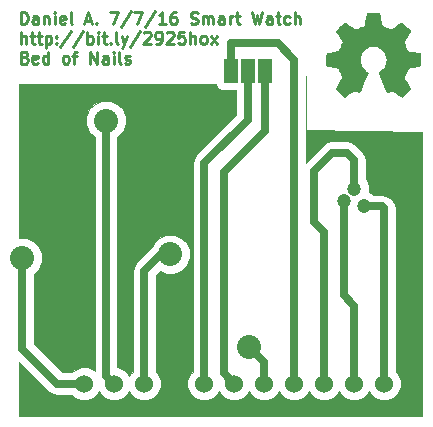
<source format=gtl>
G04 (created by PCBNEW (2013-07-07 BZR 4022)-stable) date 7/7/2016 3:31:21 PM*
%MOIN*%
G04 Gerber Fmt 3.4, Leading zero omitted, Abs format*
%FSLAX34Y34*%
G01*
G70*
G90*
G04 APERTURE LIST*
%ADD10C,0.00590551*%
%ADD11C,0.01*%
%ADD12C,0.0001*%
%ADD13R,0.0472441X0.08*%
%ADD14C,0.06*%
%ADD15C,0.08*%
%ADD16C,0.0472441*%
%ADD17C,0.025*%
%ADD18C,0.001*%
G04 APERTURE END LIST*
G54D10*
G54D11*
X80545Y-50961D02*
X80545Y-50561D01*
X80640Y-50561D01*
X80697Y-50580D01*
X80735Y-50619D01*
X80754Y-50657D01*
X80773Y-50733D01*
X80773Y-50790D01*
X80754Y-50866D01*
X80735Y-50904D01*
X80697Y-50942D01*
X80640Y-50961D01*
X80545Y-50961D01*
X81116Y-50961D02*
X81116Y-50752D01*
X81097Y-50714D01*
X81059Y-50695D01*
X80983Y-50695D01*
X80945Y-50714D01*
X81116Y-50942D02*
X81078Y-50961D01*
X80983Y-50961D01*
X80945Y-50942D01*
X80926Y-50904D01*
X80926Y-50866D01*
X80945Y-50828D01*
X80983Y-50809D01*
X81078Y-50809D01*
X81116Y-50790D01*
X81307Y-50695D02*
X81307Y-50961D01*
X81307Y-50733D02*
X81326Y-50714D01*
X81364Y-50695D01*
X81421Y-50695D01*
X81459Y-50714D01*
X81478Y-50752D01*
X81478Y-50961D01*
X81669Y-50961D02*
X81669Y-50695D01*
X81669Y-50561D02*
X81650Y-50580D01*
X81669Y-50600D01*
X81688Y-50580D01*
X81669Y-50561D01*
X81669Y-50600D01*
X82011Y-50942D02*
X81973Y-50961D01*
X81897Y-50961D01*
X81859Y-50942D01*
X81840Y-50904D01*
X81840Y-50752D01*
X81859Y-50714D01*
X81897Y-50695D01*
X81973Y-50695D01*
X82011Y-50714D01*
X82030Y-50752D01*
X82030Y-50790D01*
X81840Y-50828D01*
X82259Y-50961D02*
X82221Y-50942D01*
X82202Y-50904D01*
X82202Y-50561D01*
X82697Y-50847D02*
X82888Y-50847D01*
X82659Y-50961D02*
X82792Y-50561D01*
X82926Y-50961D01*
X83059Y-50923D02*
X83078Y-50942D01*
X83059Y-50961D01*
X83040Y-50942D01*
X83059Y-50923D01*
X83059Y-50961D01*
X83516Y-50561D02*
X83783Y-50561D01*
X83611Y-50961D01*
X84221Y-50542D02*
X83878Y-51057D01*
X84316Y-50561D02*
X84583Y-50561D01*
X84411Y-50961D01*
X85021Y-50542D02*
X84678Y-51057D01*
X85364Y-50961D02*
X85135Y-50961D01*
X85250Y-50961D02*
X85250Y-50561D01*
X85211Y-50619D01*
X85173Y-50657D01*
X85135Y-50676D01*
X85707Y-50561D02*
X85630Y-50561D01*
X85592Y-50580D01*
X85573Y-50600D01*
X85535Y-50657D01*
X85516Y-50733D01*
X85516Y-50885D01*
X85535Y-50923D01*
X85554Y-50942D01*
X85592Y-50961D01*
X85669Y-50961D01*
X85707Y-50942D01*
X85726Y-50923D01*
X85745Y-50885D01*
X85745Y-50790D01*
X85726Y-50752D01*
X85707Y-50733D01*
X85669Y-50714D01*
X85592Y-50714D01*
X85554Y-50733D01*
X85535Y-50752D01*
X85516Y-50790D01*
X86202Y-50942D02*
X86259Y-50961D01*
X86354Y-50961D01*
X86392Y-50942D01*
X86411Y-50923D01*
X86430Y-50885D01*
X86430Y-50847D01*
X86411Y-50809D01*
X86392Y-50790D01*
X86354Y-50771D01*
X86278Y-50752D01*
X86240Y-50733D01*
X86221Y-50714D01*
X86202Y-50676D01*
X86202Y-50638D01*
X86221Y-50600D01*
X86240Y-50580D01*
X86278Y-50561D01*
X86373Y-50561D01*
X86430Y-50580D01*
X86602Y-50961D02*
X86602Y-50695D01*
X86602Y-50733D02*
X86621Y-50714D01*
X86659Y-50695D01*
X86716Y-50695D01*
X86754Y-50714D01*
X86773Y-50752D01*
X86773Y-50961D01*
X86773Y-50752D02*
X86792Y-50714D01*
X86830Y-50695D01*
X86888Y-50695D01*
X86926Y-50714D01*
X86945Y-50752D01*
X86945Y-50961D01*
X87307Y-50961D02*
X87307Y-50752D01*
X87288Y-50714D01*
X87249Y-50695D01*
X87173Y-50695D01*
X87135Y-50714D01*
X87307Y-50942D02*
X87269Y-50961D01*
X87173Y-50961D01*
X87135Y-50942D01*
X87116Y-50904D01*
X87116Y-50866D01*
X87135Y-50828D01*
X87173Y-50809D01*
X87269Y-50809D01*
X87307Y-50790D01*
X87497Y-50961D02*
X87497Y-50695D01*
X87497Y-50771D02*
X87516Y-50733D01*
X87535Y-50714D01*
X87573Y-50695D01*
X87611Y-50695D01*
X87688Y-50695D02*
X87840Y-50695D01*
X87745Y-50561D02*
X87745Y-50904D01*
X87764Y-50942D01*
X87802Y-50961D01*
X87840Y-50961D01*
X88240Y-50561D02*
X88335Y-50961D01*
X88411Y-50676D01*
X88488Y-50961D01*
X88583Y-50561D01*
X88907Y-50961D02*
X88907Y-50752D01*
X88888Y-50714D01*
X88849Y-50695D01*
X88773Y-50695D01*
X88735Y-50714D01*
X88907Y-50942D02*
X88869Y-50961D01*
X88773Y-50961D01*
X88735Y-50942D01*
X88716Y-50904D01*
X88716Y-50866D01*
X88735Y-50828D01*
X88773Y-50809D01*
X88869Y-50809D01*
X88907Y-50790D01*
X89040Y-50695D02*
X89192Y-50695D01*
X89097Y-50561D02*
X89097Y-50904D01*
X89116Y-50942D01*
X89154Y-50961D01*
X89192Y-50961D01*
X89497Y-50942D02*
X89459Y-50961D01*
X89383Y-50961D01*
X89345Y-50942D01*
X89326Y-50923D01*
X89307Y-50885D01*
X89307Y-50771D01*
X89326Y-50733D01*
X89345Y-50714D01*
X89383Y-50695D01*
X89459Y-50695D01*
X89497Y-50714D01*
X89669Y-50961D02*
X89669Y-50561D01*
X89840Y-50961D02*
X89840Y-50752D01*
X89821Y-50714D01*
X89783Y-50695D01*
X89726Y-50695D01*
X89688Y-50714D01*
X89669Y-50733D01*
X80545Y-51621D02*
X80545Y-51221D01*
X80716Y-51621D02*
X80716Y-51412D01*
X80697Y-51374D01*
X80659Y-51355D01*
X80602Y-51355D01*
X80564Y-51374D01*
X80545Y-51393D01*
X80850Y-51355D02*
X81002Y-51355D01*
X80907Y-51221D02*
X80907Y-51564D01*
X80926Y-51602D01*
X80964Y-51621D01*
X81002Y-51621D01*
X81078Y-51355D02*
X81230Y-51355D01*
X81135Y-51221D02*
X81135Y-51564D01*
X81154Y-51602D01*
X81192Y-51621D01*
X81230Y-51621D01*
X81364Y-51355D02*
X81364Y-51755D01*
X81364Y-51374D02*
X81402Y-51355D01*
X81478Y-51355D01*
X81516Y-51374D01*
X81535Y-51393D01*
X81554Y-51431D01*
X81554Y-51545D01*
X81535Y-51583D01*
X81516Y-51602D01*
X81478Y-51621D01*
X81402Y-51621D01*
X81364Y-51602D01*
X81726Y-51583D02*
X81745Y-51602D01*
X81726Y-51621D01*
X81707Y-51602D01*
X81726Y-51583D01*
X81726Y-51621D01*
X81726Y-51374D02*
X81745Y-51393D01*
X81726Y-51412D01*
X81707Y-51393D01*
X81726Y-51374D01*
X81726Y-51412D01*
X82202Y-51202D02*
X81859Y-51717D01*
X82621Y-51202D02*
X82278Y-51717D01*
X82754Y-51621D02*
X82754Y-51221D01*
X82754Y-51374D02*
X82792Y-51355D01*
X82869Y-51355D01*
X82907Y-51374D01*
X82926Y-51393D01*
X82945Y-51431D01*
X82945Y-51545D01*
X82926Y-51583D01*
X82907Y-51602D01*
X82869Y-51621D01*
X82792Y-51621D01*
X82754Y-51602D01*
X83116Y-51621D02*
X83116Y-51355D01*
X83116Y-51221D02*
X83097Y-51240D01*
X83116Y-51260D01*
X83135Y-51240D01*
X83116Y-51221D01*
X83116Y-51260D01*
X83250Y-51355D02*
X83402Y-51355D01*
X83307Y-51221D02*
X83307Y-51564D01*
X83326Y-51602D01*
X83364Y-51621D01*
X83402Y-51621D01*
X83535Y-51583D02*
X83554Y-51602D01*
X83535Y-51621D01*
X83516Y-51602D01*
X83535Y-51583D01*
X83535Y-51621D01*
X83783Y-51621D02*
X83745Y-51602D01*
X83726Y-51564D01*
X83726Y-51221D01*
X83897Y-51355D02*
X83992Y-51621D01*
X84088Y-51355D02*
X83992Y-51621D01*
X83954Y-51717D01*
X83935Y-51736D01*
X83897Y-51755D01*
X84526Y-51202D02*
X84183Y-51717D01*
X84640Y-51260D02*
X84659Y-51240D01*
X84697Y-51221D01*
X84792Y-51221D01*
X84830Y-51240D01*
X84849Y-51260D01*
X84869Y-51298D01*
X84869Y-51336D01*
X84849Y-51393D01*
X84621Y-51621D01*
X84869Y-51621D01*
X85059Y-51621D02*
X85135Y-51621D01*
X85173Y-51602D01*
X85192Y-51583D01*
X85230Y-51526D01*
X85249Y-51450D01*
X85249Y-51298D01*
X85230Y-51260D01*
X85211Y-51240D01*
X85173Y-51221D01*
X85097Y-51221D01*
X85059Y-51240D01*
X85040Y-51260D01*
X85021Y-51298D01*
X85021Y-51393D01*
X85040Y-51431D01*
X85059Y-51450D01*
X85097Y-51469D01*
X85173Y-51469D01*
X85211Y-51450D01*
X85230Y-51431D01*
X85249Y-51393D01*
X85402Y-51260D02*
X85421Y-51240D01*
X85459Y-51221D01*
X85554Y-51221D01*
X85592Y-51240D01*
X85611Y-51260D01*
X85630Y-51298D01*
X85630Y-51336D01*
X85611Y-51393D01*
X85383Y-51621D01*
X85630Y-51621D01*
X85992Y-51221D02*
X85802Y-51221D01*
X85783Y-51412D01*
X85802Y-51393D01*
X85840Y-51374D01*
X85935Y-51374D01*
X85973Y-51393D01*
X85992Y-51412D01*
X86011Y-51450D01*
X86011Y-51545D01*
X85992Y-51583D01*
X85973Y-51602D01*
X85935Y-51621D01*
X85840Y-51621D01*
X85802Y-51602D01*
X85783Y-51583D01*
X86183Y-51621D02*
X86183Y-51221D01*
X86354Y-51621D02*
X86354Y-51412D01*
X86335Y-51374D01*
X86297Y-51355D01*
X86240Y-51355D01*
X86202Y-51374D01*
X86183Y-51393D01*
X86602Y-51621D02*
X86564Y-51602D01*
X86545Y-51583D01*
X86526Y-51545D01*
X86526Y-51431D01*
X86545Y-51393D01*
X86564Y-51374D01*
X86602Y-51355D01*
X86659Y-51355D01*
X86697Y-51374D01*
X86716Y-51393D01*
X86735Y-51431D01*
X86735Y-51545D01*
X86716Y-51583D01*
X86697Y-51602D01*
X86659Y-51621D01*
X86602Y-51621D01*
X86869Y-51621D02*
X87078Y-51355D01*
X86869Y-51355D02*
X87078Y-51621D01*
X80678Y-52072D02*
X80735Y-52091D01*
X80754Y-52110D01*
X80773Y-52148D01*
X80773Y-52205D01*
X80754Y-52243D01*
X80735Y-52262D01*
X80697Y-52281D01*
X80545Y-52281D01*
X80545Y-51881D01*
X80678Y-51881D01*
X80716Y-51900D01*
X80735Y-51920D01*
X80754Y-51958D01*
X80754Y-51996D01*
X80735Y-52034D01*
X80716Y-52053D01*
X80678Y-52072D01*
X80545Y-52072D01*
X81097Y-52262D02*
X81059Y-52281D01*
X80983Y-52281D01*
X80945Y-52262D01*
X80926Y-52224D01*
X80926Y-52072D01*
X80945Y-52034D01*
X80983Y-52015D01*
X81059Y-52015D01*
X81097Y-52034D01*
X81116Y-52072D01*
X81116Y-52110D01*
X80926Y-52148D01*
X81459Y-52281D02*
X81459Y-51881D01*
X81459Y-52262D02*
X81421Y-52281D01*
X81345Y-52281D01*
X81307Y-52262D01*
X81288Y-52243D01*
X81269Y-52205D01*
X81269Y-52091D01*
X81288Y-52053D01*
X81307Y-52034D01*
X81345Y-52015D01*
X81421Y-52015D01*
X81459Y-52034D01*
X82011Y-52281D02*
X81973Y-52262D01*
X81954Y-52243D01*
X81935Y-52205D01*
X81935Y-52091D01*
X81954Y-52053D01*
X81973Y-52034D01*
X82011Y-52015D01*
X82069Y-52015D01*
X82107Y-52034D01*
X82126Y-52053D01*
X82145Y-52091D01*
X82145Y-52205D01*
X82126Y-52243D01*
X82107Y-52262D01*
X82069Y-52281D01*
X82011Y-52281D01*
X82259Y-52015D02*
X82411Y-52015D01*
X82316Y-52281D02*
X82316Y-51939D01*
X82335Y-51900D01*
X82373Y-51881D01*
X82411Y-51881D01*
X82849Y-52281D02*
X82849Y-51881D01*
X83078Y-52281D01*
X83078Y-51881D01*
X83440Y-52281D02*
X83440Y-52072D01*
X83421Y-52034D01*
X83383Y-52015D01*
X83307Y-52015D01*
X83269Y-52034D01*
X83440Y-52262D02*
X83402Y-52281D01*
X83307Y-52281D01*
X83269Y-52262D01*
X83249Y-52224D01*
X83249Y-52186D01*
X83269Y-52148D01*
X83307Y-52129D01*
X83402Y-52129D01*
X83440Y-52110D01*
X83630Y-52281D02*
X83630Y-52015D01*
X83630Y-51881D02*
X83611Y-51900D01*
X83630Y-51920D01*
X83649Y-51900D01*
X83630Y-51881D01*
X83630Y-51920D01*
X83878Y-52281D02*
X83840Y-52262D01*
X83821Y-52224D01*
X83821Y-51881D01*
X84011Y-52262D02*
X84049Y-52281D01*
X84126Y-52281D01*
X84164Y-52262D01*
X84183Y-52224D01*
X84183Y-52205D01*
X84164Y-52167D01*
X84126Y-52148D01*
X84069Y-52148D01*
X84030Y-52129D01*
X84011Y-52091D01*
X84011Y-52072D01*
X84030Y-52034D01*
X84069Y-52015D01*
X84126Y-52015D01*
X84164Y-52034D01*
G54D12*
G36*
X93254Y-53414D02*
X93238Y-53406D01*
X93201Y-53383D01*
X93148Y-53348D01*
X93086Y-53307D01*
X93024Y-53264D01*
X92973Y-53230D01*
X92937Y-53207D01*
X92922Y-53199D01*
X92914Y-53201D01*
X92884Y-53216D01*
X92841Y-53238D01*
X92816Y-53251D01*
X92777Y-53268D01*
X92757Y-53272D01*
X92754Y-53266D01*
X92739Y-53236D01*
X92717Y-53184D01*
X92687Y-53116D01*
X92653Y-53036D01*
X92616Y-52950D01*
X92580Y-52862D01*
X92545Y-52778D01*
X92514Y-52703D01*
X92489Y-52642D01*
X92473Y-52599D01*
X92467Y-52581D01*
X92469Y-52577D01*
X92489Y-52558D01*
X92523Y-52532D01*
X92598Y-52471D01*
X92671Y-52379D01*
X92716Y-52275D01*
X92731Y-52159D01*
X92718Y-52052D01*
X92676Y-51949D01*
X92604Y-51856D01*
X92517Y-51787D01*
X92415Y-51743D01*
X92300Y-51729D01*
X92190Y-51741D01*
X92085Y-51783D01*
X91992Y-51854D01*
X91953Y-51899D01*
X91899Y-51993D01*
X91868Y-52094D01*
X91865Y-52119D01*
X91869Y-52230D01*
X91902Y-52336D01*
X91960Y-52431D01*
X92041Y-52508D01*
X92052Y-52516D01*
X92089Y-52544D01*
X92114Y-52563D01*
X92134Y-52579D01*
X91993Y-52918D01*
X91971Y-52972D01*
X91932Y-53065D01*
X91898Y-53145D01*
X91871Y-53208D01*
X91852Y-53251D01*
X91844Y-53268D01*
X91843Y-53269D01*
X91831Y-53271D01*
X91805Y-53261D01*
X91758Y-53238D01*
X91726Y-53222D01*
X91690Y-53205D01*
X91674Y-53199D01*
X91660Y-53206D01*
X91626Y-53229D01*
X91575Y-53262D01*
X91515Y-53303D01*
X91457Y-53343D01*
X91404Y-53378D01*
X91365Y-53402D01*
X91346Y-53413D01*
X91343Y-53413D01*
X91327Y-53403D01*
X91296Y-53378D01*
X91250Y-53334D01*
X91185Y-53270D01*
X91175Y-53260D01*
X91121Y-53205D01*
X91077Y-53159D01*
X91048Y-53127D01*
X91038Y-53112D01*
X91038Y-53112D01*
X91047Y-53093D01*
X91072Y-53055D01*
X91107Y-53001D01*
X91150Y-52938D01*
X91262Y-52775D01*
X91200Y-52621D01*
X91181Y-52574D01*
X91157Y-52517D01*
X91140Y-52476D01*
X91130Y-52458D01*
X91114Y-52452D01*
X91071Y-52442D01*
X91010Y-52429D01*
X90938Y-52416D01*
X90868Y-52403D01*
X90805Y-52391D01*
X90760Y-52382D01*
X90740Y-52378D01*
X90735Y-52375D01*
X90731Y-52365D01*
X90728Y-52344D01*
X90727Y-52306D01*
X90726Y-52246D01*
X90726Y-52159D01*
X90726Y-52150D01*
X90727Y-52067D01*
X90728Y-52001D01*
X90730Y-51958D01*
X90733Y-51941D01*
X90733Y-51941D01*
X90753Y-51936D01*
X90797Y-51927D01*
X90860Y-51914D01*
X90935Y-51900D01*
X90939Y-51899D01*
X91014Y-51885D01*
X91076Y-51872D01*
X91120Y-51862D01*
X91138Y-51856D01*
X91142Y-51851D01*
X91157Y-51822D01*
X91179Y-51776D01*
X91203Y-51719D01*
X91228Y-51661D01*
X91249Y-51608D01*
X91263Y-51569D01*
X91267Y-51551D01*
X91267Y-51551D01*
X91256Y-51533D01*
X91230Y-51494D01*
X91194Y-51441D01*
X91150Y-51377D01*
X91147Y-51372D01*
X91104Y-51309D01*
X91069Y-51256D01*
X91046Y-51218D01*
X91038Y-51201D01*
X91038Y-51200D01*
X91052Y-51181D01*
X91084Y-51146D01*
X91130Y-51098D01*
X91185Y-51042D01*
X91203Y-51025D01*
X91264Y-50965D01*
X91306Y-50926D01*
X91333Y-50905D01*
X91346Y-50900D01*
X91346Y-50901D01*
X91365Y-50912D01*
X91405Y-50938D01*
X91459Y-50975D01*
X91523Y-51018D01*
X91527Y-51021D01*
X91590Y-51064D01*
X91642Y-51099D01*
X91680Y-51124D01*
X91696Y-51134D01*
X91699Y-51134D01*
X91724Y-51126D01*
X91769Y-51111D01*
X91824Y-51089D01*
X91882Y-51066D01*
X91935Y-51044D01*
X91975Y-51025D01*
X91994Y-51015D01*
X91994Y-51014D01*
X92001Y-50991D01*
X92012Y-50944D01*
X92025Y-50879D01*
X92040Y-50802D01*
X92042Y-50790D01*
X92056Y-50715D01*
X92068Y-50653D01*
X92077Y-50610D01*
X92082Y-50592D01*
X92092Y-50590D01*
X92129Y-50587D01*
X92185Y-50586D01*
X92253Y-50585D01*
X92324Y-50586D01*
X92393Y-50587D01*
X92453Y-50589D01*
X92495Y-50592D01*
X92513Y-50596D01*
X92514Y-50597D01*
X92520Y-50620D01*
X92530Y-50667D01*
X92544Y-50732D01*
X92559Y-50810D01*
X92561Y-50823D01*
X92575Y-50898D01*
X92588Y-50959D01*
X92597Y-51002D01*
X92602Y-51018D01*
X92608Y-51022D01*
X92639Y-51035D01*
X92689Y-51056D01*
X92752Y-51081D01*
X92896Y-51140D01*
X93072Y-51018D01*
X93089Y-51007D01*
X93152Y-50964D01*
X93205Y-50929D01*
X93241Y-50906D01*
X93256Y-50897D01*
X93257Y-50898D01*
X93275Y-50913D01*
X93310Y-50946D01*
X93358Y-50993D01*
X93413Y-51048D01*
X93454Y-51089D01*
X93503Y-51139D01*
X93534Y-51172D01*
X93551Y-51194D01*
X93557Y-51207D01*
X93555Y-51215D01*
X93544Y-51233D01*
X93518Y-51272D01*
X93482Y-51326D01*
X93439Y-51388D01*
X93403Y-51441D01*
X93365Y-51500D01*
X93340Y-51542D01*
X93331Y-51563D01*
X93333Y-51572D01*
X93346Y-51606D01*
X93367Y-51659D01*
X93393Y-51721D01*
X93455Y-51861D01*
X93547Y-51878D01*
X93602Y-51889D01*
X93680Y-51904D01*
X93754Y-51918D01*
X93870Y-51941D01*
X93874Y-52367D01*
X93856Y-52375D01*
X93839Y-52380D01*
X93796Y-52389D01*
X93735Y-52401D01*
X93662Y-52415D01*
X93601Y-52427D01*
X93538Y-52438D01*
X93494Y-52447D01*
X93474Y-52451D01*
X93469Y-52458D01*
X93453Y-52488D01*
X93431Y-52536D01*
X93407Y-52594D01*
X93382Y-52653D01*
X93360Y-52708D01*
X93344Y-52750D01*
X93339Y-52772D01*
X93347Y-52789D01*
X93371Y-52825D01*
X93405Y-52877D01*
X93447Y-52939D01*
X93490Y-53001D01*
X93525Y-53054D01*
X93550Y-53092D01*
X93560Y-53109D01*
X93555Y-53121D01*
X93531Y-53151D01*
X93484Y-53199D01*
X93415Y-53268D01*
X93403Y-53279D01*
X93348Y-53332D01*
X93301Y-53375D01*
X93269Y-53404D01*
X93254Y-53414D01*
X93254Y-53414D01*
G37*
G54D13*
X87530Y-52520D03*
X88680Y-52530D03*
X88100Y-52520D03*
G54D14*
X92650Y-62950D03*
X91650Y-62950D03*
X90650Y-62950D03*
X89650Y-62950D03*
X88650Y-62950D03*
X87650Y-62950D03*
X86650Y-62950D03*
X85650Y-62950D03*
X84650Y-62950D03*
X83650Y-62950D03*
X82650Y-62950D03*
G54D15*
X85520Y-58635D03*
X85520Y-60310D03*
X88130Y-61720D03*
X80590Y-58750D03*
X83380Y-54180D03*
G54D16*
X91653Y-56444D03*
X91299Y-56877D03*
X91980Y-57030D03*
G54D17*
X88650Y-62950D02*
X88650Y-62240D01*
X88650Y-62240D02*
X88130Y-61720D01*
X85520Y-58635D02*
X85215Y-58635D01*
X84650Y-59200D02*
X84650Y-62950D01*
X85215Y-58635D02*
X84650Y-59200D01*
X85520Y-60310D02*
X85520Y-62820D01*
X85520Y-62820D02*
X85650Y-62950D01*
X91980Y-57030D02*
X92580Y-57030D01*
X92650Y-57100D02*
X92650Y-62950D01*
X92580Y-57030D02*
X92650Y-57100D01*
X91299Y-56877D02*
X91299Y-59999D01*
X91650Y-60350D02*
X91650Y-62950D01*
X91299Y-59999D02*
X91650Y-60350D01*
X90650Y-62950D02*
X90650Y-57900D01*
X91653Y-55503D02*
X91653Y-56444D01*
X91400Y-55250D02*
X91653Y-55503D01*
X90900Y-55250D02*
X91400Y-55250D01*
X90300Y-55850D02*
X90900Y-55250D01*
X90300Y-57550D02*
X90300Y-55850D01*
X90650Y-57900D02*
X90300Y-57550D01*
X87530Y-52520D02*
X87530Y-51620D01*
X89650Y-52150D02*
X89650Y-62950D01*
X89100Y-51600D02*
X89650Y-52150D01*
X87550Y-51600D02*
X89100Y-51600D01*
X87530Y-51620D02*
X87550Y-51600D01*
X88680Y-52530D02*
X88680Y-54520D01*
X87300Y-62600D02*
X87650Y-62950D01*
X87300Y-55900D02*
X87300Y-62600D01*
X88680Y-54520D02*
X87300Y-55900D01*
X86650Y-62950D02*
X86650Y-55600D01*
X88100Y-54150D02*
X88100Y-52520D01*
X86650Y-55600D02*
X88100Y-54150D01*
X80590Y-58750D02*
X80590Y-61790D01*
X81750Y-62950D02*
X82650Y-62950D01*
X80590Y-61790D02*
X81750Y-62950D01*
X83380Y-54180D02*
X83380Y-62680D01*
X83380Y-62680D02*
X83650Y-62950D01*
G54D10*
G36*
X93925Y-64025D02*
X80474Y-64025D01*
X80474Y-62212D01*
X81481Y-63218D01*
X81481Y-63218D01*
X81563Y-63273D01*
X81604Y-63301D01*
X81604Y-63301D01*
X81749Y-63329D01*
X81750Y-63330D01*
X82245Y-63330D01*
X82335Y-63420D01*
X82539Y-63504D01*
X82759Y-63505D01*
X82963Y-63420D01*
X83120Y-63264D01*
X83149Y-63193D01*
X83179Y-63263D01*
X83335Y-63420D01*
X83539Y-63504D01*
X83759Y-63505D01*
X83963Y-63420D01*
X84120Y-63264D01*
X84149Y-63193D01*
X84179Y-63263D01*
X84335Y-63420D01*
X84539Y-63504D01*
X84759Y-63505D01*
X84963Y-63420D01*
X85120Y-63264D01*
X85204Y-63060D01*
X85205Y-62840D01*
X85120Y-62636D01*
X85030Y-62545D01*
X85030Y-59357D01*
X85183Y-59204D01*
X85389Y-59289D01*
X85649Y-59290D01*
X85890Y-59190D01*
X86074Y-59006D01*
X86174Y-58765D01*
X86175Y-58505D01*
X86075Y-58264D01*
X85891Y-58080D01*
X85650Y-57980D01*
X85390Y-57979D01*
X85149Y-58079D01*
X84965Y-58263D01*
X84905Y-58407D01*
X84381Y-58931D01*
X84298Y-59054D01*
X84270Y-59200D01*
X84270Y-62545D01*
X84179Y-62635D01*
X84150Y-62706D01*
X84120Y-62636D01*
X83964Y-62479D01*
X83760Y-62395D01*
X83760Y-62395D01*
X83760Y-54726D01*
X83934Y-54551D01*
X84034Y-54310D01*
X84035Y-54050D01*
X83935Y-53809D01*
X83751Y-53625D01*
X83510Y-53525D01*
X83250Y-53524D01*
X83009Y-53624D01*
X82825Y-53808D01*
X82725Y-54049D01*
X82724Y-54309D01*
X82824Y-54550D01*
X83000Y-54726D01*
X83000Y-62515D01*
X82964Y-62479D01*
X82760Y-62395D01*
X82540Y-62394D01*
X82336Y-62479D01*
X82245Y-62570D01*
X81907Y-62570D01*
X80970Y-61632D01*
X80970Y-59296D01*
X81144Y-59121D01*
X81244Y-58880D01*
X81245Y-58620D01*
X81145Y-58379D01*
X80961Y-58195D01*
X80720Y-58095D01*
X80474Y-58094D01*
X80474Y-52955D01*
X87038Y-52955D01*
X87038Y-52970D01*
X87077Y-53064D01*
X87149Y-53136D01*
X87242Y-53174D01*
X87344Y-53175D01*
X87720Y-53175D01*
X87720Y-53992D01*
X86381Y-55331D01*
X86298Y-55454D01*
X86270Y-55600D01*
X86270Y-62545D01*
X86179Y-62635D01*
X86095Y-62839D01*
X86094Y-63059D01*
X86179Y-63263D01*
X86335Y-63420D01*
X86539Y-63504D01*
X86759Y-63505D01*
X86963Y-63420D01*
X87120Y-63264D01*
X87149Y-63193D01*
X87179Y-63263D01*
X87335Y-63420D01*
X87539Y-63504D01*
X87759Y-63505D01*
X87963Y-63420D01*
X88120Y-63264D01*
X88149Y-63193D01*
X88179Y-63263D01*
X88335Y-63420D01*
X88539Y-63504D01*
X88759Y-63505D01*
X88963Y-63420D01*
X89120Y-63264D01*
X89149Y-63193D01*
X89179Y-63263D01*
X89335Y-63420D01*
X89539Y-63504D01*
X89759Y-63505D01*
X89963Y-63420D01*
X90120Y-63264D01*
X90149Y-63193D01*
X90179Y-63263D01*
X90335Y-63420D01*
X90539Y-63504D01*
X90759Y-63505D01*
X90963Y-63420D01*
X91120Y-63264D01*
X91149Y-63193D01*
X91179Y-63263D01*
X91335Y-63420D01*
X91539Y-63504D01*
X91759Y-63505D01*
X91963Y-63420D01*
X92120Y-63264D01*
X92149Y-63193D01*
X92179Y-63263D01*
X92335Y-63420D01*
X92539Y-63504D01*
X92759Y-63505D01*
X92963Y-63420D01*
X93120Y-63264D01*
X93204Y-63060D01*
X93205Y-62840D01*
X93120Y-62636D01*
X93030Y-62545D01*
X93030Y-57100D01*
X93005Y-56978D01*
X93001Y-56954D01*
X93001Y-56954D01*
X92918Y-56831D01*
X92918Y-56831D01*
X92848Y-56761D01*
X92725Y-56678D01*
X92580Y-56650D01*
X92294Y-56650D01*
X92258Y-56613D01*
X92136Y-56563D01*
X92144Y-56543D01*
X92144Y-56347D01*
X92070Y-56166D01*
X92033Y-56130D01*
X92033Y-55503D01*
X92004Y-55358D01*
X92004Y-55358D01*
X91977Y-55317D01*
X91922Y-55234D01*
X91922Y-55234D01*
X91668Y-54981D01*
X91545Y-54898D01*
X91400Y-54870D01*
X90900Y-54870D01*
X90754Y-54898D01*
X90713Y-54926D01*
X90631Y-54981D01*
X90031Y-55581D01*
X90030Y-55583D01*
X90030Y-52705D01*
X90045Y-52705D01*
X90045Y-54504D01*
X93925Y-54552D01*
X93925Y-64025D01*
X93925Y-64025D01*
G37*
G54D18*
X93925Y-64025D02*
X80474Y-64025D01*
X80474Y-62212D01*
X81481Y-63218D01*
X81481Y-63218D01*
X81563Y-63273D01*
X81604Y-63301D01*
X81604Y-63301D01*
X81749Y-63329D01*
X81750Y-63330D01*
X82245Y-63330D01*
X82335Y-63420D01*
X82539Y-63504D01*
X82759Y-63505D01*
X82963Y-63420D01*
X83120Y-63264D01*
X83149Y-63193D01*
X83179Y-63263D01*
X83335Y-63420D01*
X83539Y-63504D01*
X83759Y-63505D01*
X83963Y-63420D01*
X84120Y-63264D01*
X84149Y-63193D01*
X84179Y-63263D01*
X84335Y-63420D01*
X84539Y-63504D01*
X84759Y-63505D01*
X84963Y-63420D01*
X85120Y-63264D01*
X85204Y-63060D01*
X85205Y-62840D01*
X85120Y-62636D01*
X85030Y-62545D01*
X85030Y-59357D01*
X85183Y-59204D01*
X85389Y-59289D01*
X85649Y-59290D01*
X85890Y-59190D01*
X86074Y-59006D01*
X86174Y-58765D01*
X86175Y-58505D01*
X86075Y-58264D01*
X85891Y-58080D01*
X85650Y-57980D01*
X85390Y-57979D01*
X85149Y-58079D01*
X84965Y-58263D01*
X84905Y-58407D01*
X84381Y-58931D01*
X84298Y-59054D01*
X84270Y-59200D01*
X84270Y-62545D01*
X84179Y-62635D01*
X84150Y-62706D01*
X84120Y-62636D01*
X83964Y-62479D01*
X83760Y-62395D01*
X83760Y-62395D01*
X83760Y-54726D01*
X83934Y-54551D01*
X84034Y-54310D01*
X84035Y-54050D01*
X83935Y-53809D01*
X83751Y-53625D01*
X83510Y-53525D01*
X83250Y-53524D01*
X83009Y-53624D01*
X82825Y-53808D01*
X82725Y-54049D01*
X82724Y-54309D01*
X82824Y-54550D01*
X83000Y-54726D01*
X83000Y-62515D01*
X82964Y-62479D01*
X82760Y-62395D01*
X82540Y-62394D01*
X82336Y-62479D01*
X82245Y-62570D01*
X81907Y-62570D01*
X80970Y-61632D01*
X80970Y-59296D01*
X81144Y-59121D01*
X81244Y-58880D01*
X81245Y-58620D01*
X81145Y-58379D01*
X80961Y-58195D01*
X80720Y-58095D01*
X80474Y-58094D01*
X80474Y-52955D01*
X87038Y-52955D01*
X87038Y-52970D01*
X87077Y-53064D01*
X87149Y-53136D01*
X87242Y-53174D01*
X87344Y-53175D01*
X87720Y-53175D01*
X87720Y-53992D01*
X86381Y-55331D01*
X86298Y-55454D01*
X86270Y-55600D01*
X86270Y-62545D01*
X86179Y-62635D01*
X86095Y-62839D01*
X86094Y-63059D01*
X86179Y-63263D01*
X86335Y-63420D01*
X86539Y-63504D01*
X86759Y-63505D01*
X86963Y-63420D01*
X87120Y-63264D01*
X87149Y-63193D01*
X87179Y-63263D01*
X87335Y-63420D01*
X87539Y-63504D01*
X87759Y-63505D01*
X87963Y-63420D01*
X88120Y-63264D01*
X88149Y-63193D01*
X88179Y-63263D01*
X88335Y-63420D01*
X88539Y-63504D01*
X88759Y-63505D01*
X88963Y-63420D01*
X89120Y-63264D01*
X89149Y-63193D01*
X89179Y-63263D01*
X89335Y-63420D01*
X89539Y-63504D01*
X89759Y-63505D01*
X89963Y-63420D01*
X90120Y-63264D01*
X90149Y-63193D01*
X90179Y-63263D01*
X90335Y-63420D01*
X90539Y-63504D01*
X90759Y-63505D01*
X90963Y-63420D01*
X91120Y-63264D01*
X91149Y-63193D01*
X91179Y-63263D01*
X91335Y-63420D01*
X91539Y-63504D01*
X91759Y-63505D01*
X91963Y-63420D01*
X92120Y-63264D01*
X92149Y-63193D01*
X92179Y-63263D01*
X92335Y-63420D01*
X92539Y-63504D01*
X92759Y-63505D01*
X92963Y-63420D01*
X93120Y-63264D01*
X93204Y-63060D01*
X93205Y-62840D01*
X93120Y-62636D01*
X93030Y-62545D01*
X93030Y-57100D01*
X93005Y-56978D01*
X93001Y-56954D01*
X93001Y-56954D01*
X92918Y-56831D01*
X92918Y-56831D01*
X92848Y-56761D01*
X92725Y-56678D01*
X92580Y-56650D01*
X92294Y-56650D01*
X92258Y-56613D01*
X92136Y-56563D01*
X92144Y-56543D01*
X92144Y-56347D01*
X92070Y-56166D01*
X92033Y-56130D01*
X92033Y-55503D01*
X92004Y-55358D01*
X92004Y-55358D01*
X91977Y-55317D01*
X91922Y-55234D01*
X91922Y-55234D01*
X91668Y-54981D01*
X91545Y-54898D01*
X91400Y-54870D01*
X90900Y-54870D01*
X90754Y-54898D01*
X90713Y-54926D01*
X90631Y-54981D01*
X90031Y-55581D01*
X90030Y-55583D01*
X90030Y-52705D01*
X90045Y-52705D01*
X90045Y-54504D01*
X93925Y-54552D01*
X93925Y-64025D01*
M02*

</source>
